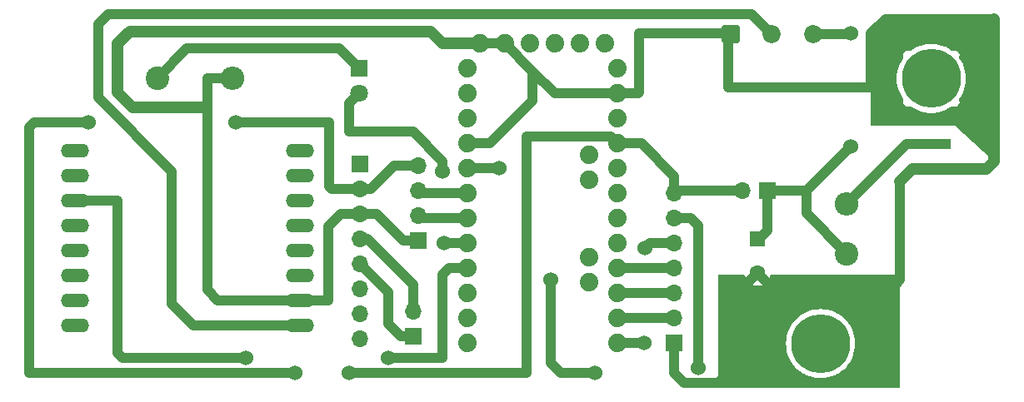
<source format=gbr>
%TF.GenerationSoftware,KiCad,Pcbnew,6.0.4-6f826c9f35~116~ubuntu20.04.1*%
%TF.CreationDate,2022-03-28T20:59:07+02:00*%
%TF.ProjectId,placaCANSAT_V2,706c6163-6143-4414-9e53-41545f56322e,rev?*%
%TF.SameCoordinates,Original*%
%TF.FileFunction,Copper,L2,Bot*%
%TF.FilePolarity,Positive*%
%FSLAX46Y46*%
G04 Gerber Fmt 4.6, Leading zero omitted, Abs format (unit mm)*
G04 Created by KiCad (PCBNEW 6.0.4-6f826c9f35~116~ubuntu20.04.1) date 2022-03-28 20:59:07*
%MOMM*%
%LPD*%
G01*
G04 APERTURE LIST*
G04 Aperture macros list*
%AMRoundRect*
0 Rectangle with rounded corners*
0 $1 Rounding radius*
0 $2 $3 $4 $5 $6 $7 $8 $9 X,Y pos of 4 corners*
0 Add a 4 corners polygon primitive as box body*
4,1,4,$2,$3,$4,$5,$6,$7,$8,$9,$2,$3,0*
0 Add four circle primitives for the rounded corners*
1,1,$1+$1,$2,$3*
1,1,$1+$1,$4,$5*
1,1,$1+$1,$6,$7*
1,1,$1+$1,$8,$9*
0 Add four rect primitives between the rounded corners*
20,1,$1+$1,$2,$3,$4,$5,0*
20,1,$1+$1,$4,$5,$6,$7,0*
20,1,$1+$1,$6,$7,$8,$9,0*
20,1,$1+$1,$8,$9,$2,$3,0*%
G04 Aperture macros list end*
%TA.AperFunction,ComponentPad*%
%ADD10R,1.800000X1.800000*%
%TD*%
%TA.AperFunction,ComponentPad*%
%ADD11C,1.800000*%
%TD*%
%TA.AperFunction,ComponentPad*%
%ADD12R,1.700000X1.700000*%
%TD*%
%TA.AperFunction,ComponentPad*%
%ADD13O,1.700000X1.700000*%
%TD*%
%TA.AperFunction,ComponentPad*%
%ADD14O,2.844800X1.422400*%
%TD*%
%TA.AperFunction,ComponentPad*%
%ADD15C,2.400000*%
%TD*%
%TA.AperFunction,ComponentPad*%
%ADD16O,2.400000X2.400000*%
%TD*%
%TA.AperFunction,ComponentPad*%
%ADD17R,1.600000X1.600000*%
%TD*%
%TA.AperFunction,ComponentPad*%
%ADD18C,1.600000*%
%TD*%
%TA.AperFunction,SMDPad,CuDef*%
%ADD19R,2.510000X1.000000*%
%TD*%
%TA.AperFunction,ComponentPad*%
%ADD20C,1.879600*%
%TD*%
%TA.AperFunction,ComponentPad*%
%ADD21RoundRect,0.250000X-0.675000X-0.675000X0.675000X-0.675000X0.675000X0.675000X-0.675000X0.675000X0*%
%TD*%
%TA.AperFunction,ComponentPad*%
%ADD22C,1.850000*%
%TD*%
%TA.AperFunction,ViaPad*%
%ADD23C,6.000000*%
%TD*%
%TA.AperFunction,ViaPad*%
%ADD24C,1.524000*%
%TD*%
%TA.AperFunction,Conductor*%
%ADD25C,1.000000*%
%TD*%
%TA.AperFunction,Conductor*%
%ADD26C,1.200000*%
%TD*%
G04 APERTURE END LIST*
D10*
%TO.P,D1,1,K*%
%TO.N,Net-(D1-Pad1)*%
X126500000Y-70500000D03*
D11*
%TO.P,D1,2,A*%
%TO.N,/LED*%
X126500000Y-73040000D03*
%TD*%
D12*
%TO.P,JP1,1,A*%
%TO.N,Net-(C1-Pad1)*%
X168000000Y-83000000D03*
D13*
%TO.P,JP1,2,B*%
%TO.N,3.3V*%
X165460000Y-83000000D03*
%TD*%
D14*
%TO.P,U2,P$1,5V*%
%TO.N,5V*%
X120460175Y-96680979D03*
%TO.P,U2,P$2,GND*%
%TO.N,GND*%
X120460175Y-94140979D03*
%TO.P,U2,P$3,IO12*%
%TO.N,unconnected-(U2-PadP$3)*%
X120460175Y-91600979D03*
%TO.P,U2,P$4,IO13*%
%TO.N,unconnected-(U2-PadP$4)*%
X120460175Y-89060979D03*
%TO.P,U2,P$5,IO15*%
%TO.N,unconnected-(U2-PadP$5)*%
X120460175Y-86520979D03*
%TO.P,U2,P$6,IO14*%
%TO.N,unconnected-(U2-PadP$6)*%
X120460175Y-83980979D03*
%TO.P,U2,P$7,IO2*%
%TO.N,unconnected-(U2-PadP$7)*%
X120460175Y-81440979D03*
%TO.P,U2,P$8,IO4*%
%TO.N,unconnected-(U2-PadP$8)*%
X120460175Y-78900979D03*
%TO.P,U2,P$9,.GND*%
%TO.N,unconnected-(U2-PadP$9)*%
X97600175Y-78900979D03*
%TO.P,U2,P$10,IO1/U0T*%
%TO.N,unconnected-(U2-PadP$10)*%
X97600175Y-81440979D03*
%TO.P,U2,P$11,IO3/U0R*%
%TO.N,/CAMARA*%
X97600175Y-83980979D03*
%TO.P,U2,P$12,3V3.*%
%TO.N,unconnected-(U2-PadP$12)*%
X97600175Y-86520979D03*
%TO.P,U2,P$13,GND.*%
%TO.N,unconnected-(U2-PadP$13)*%
X97600175Y-89060979D03*
%TO.P,U2,P$14,IO0*%
%TO.N,unconnected-(U2-PadP$14)*%
X97600175Y-91600979D03*
%TO.P,U2,P$15,IO16*%
%TO.N,unconnected-(U2-PadP$15)*%
X97600175Y-94140979D03*
%TO.P,U2,P$16,3V3*%
%TO.N,unconnected-(U2-PadP$16)*%
X97600175Y-96680979D03*
%TD*%
D15*
%TO.P,R1,1*%
%TO.N,Net-(D1-Pad1)*%
X105985000Y-71500000D03*
D16*
%TO.P,R1,2*%
%TO.N,GND*%
X113605000Y-71500000D03*
%TD*%
D12*
%TO.P,J4,1,Pin_1*%
%TO.N,/SDA_ACE*%
X132000000Y-97775000D03*
D13*
%TO.P,J4,2,Pin_2*%
%TO.N,/SCL_ACE*%
X132000000Y-95235000D03*
%TD*%
D17*
%TO.P,C1,1*%
%TO.N,Net-(C1-Pad1)*%
X167000000Y-87847349D03*
D18*
%TO.P,C1,2*%
%TO.N,GND*%
X167000000Y-91347349D03*
%TD*%
D15*
%TO.P,SW1,1,A*%
%TO.N,Net-(C1-Pad1)*%
X176069878Y-89366348D03*
D16*
%TO.P,SW1,2,B*%
%TO.N,3.7V*%
X176069878Y-84286348D03*
%TD*%
D19*
%TO.P,BAT1,1,+*%
%TO.N,3.7V*%
X185345000Y-78230000D03*
%TO.P,BAT1,2,-*%
%TO.N,GND*%
X188655000Y-80770000D03*
%TD*%
D12*
%TO.P,J2,1,Pin_1*%
%TO.N,GND*%
X158500000Y-98442476D03*
D13*
%TO.P,J2,2,Pin_2*%
%TO.N,/MOSI*%
X158500000Y-95902476D03*
%TO.P,J2,3,Pin_3*%
%TO.N,/MISO*%
X158500000Y-93362476D03*
%TO.P,J2,4,Pin_4*%
%TO.N,/SCK*%
X158500000Y-90822476D03*
%TO.P,J2,5,Pin_5*%
%TO.N,NSS*%
X158500000Y-88282476D03*
%TO.P,J2,6,Pin_6*%
%TO.N,DIO0*%
X158500000Y-85742476D03*
%TO.P,J2,7,Pin_7*%
%TO.N,3.3V*%
X158500000Y-83202476D03*
%TD*%
D12*
%TO.P,ACELEROMETRO,1,VCCIN*%
%TO.N,unconnected-(U3-Pad1)*%
X126580833Y-80234890D03*
D13*
%TO.P,ACELEROMETRO,2,3.3V*%
%TO.N,3.3V*%
X126580833Y-82774890D03*
%TO.P,ACELEROMETRO,3,GND*%
%TO.N,GND*%
X126580833Y-85314890D03*
%TO.P,ACELEROMETRO,4,SCL*%
%TO.N,/SCL_ACE*%
X126580833Y-87854890D03*
%TO.P,ACELEROMETRO,5,SDA*%
%TO.N,/SDA_ACE*%
X126580833Y-90394890D03*
%TO.P,ACELEROMETRO,6,FSYNC*%
%TO.N,unconnected-(U3-Pad6)*%
X126580833Y-92934890D03*
%TO.P,ACELEROMETRO,7,INTA*%
%TO.N,unconnected-(U3-Pad7)*%
X126580833Y-95474890D03*
%TO.P,ACELEROMETRO,8,DRDY*%
%TO.N,unconnected-(U3-Pad8)*%
X126580833Y-98014890D03*
%TD*%
D12*
%TO.P,GPS,1,GND*%
%TO.N,GND*%
X132500000Y-88040000D03*
D13*
%TO.P,GPS,2,TX*%
%TO.N,/GPS_TX*%
X132500000Y-85500000D03*
%TO.P,GPS,3,RX*%
%TO.N,/GPS_RX*%
X132500000Y-82960000D03*
%TO.P,GPS,4,VCC*%
%TO.N,3.3V*%
X132500000Y-80420000D03*
%TD*%
D20*
%TO.P,Arduino pro Mini,JP1_1,DTR*%
%TO.N,unconnected-(U1-PadJP1_1)*%
X151504119Y-68014597D03*
%TO.P,Arduino pro Mini,JP1_2,TXO*%
%TO.N,unconnected-(U1-PadJP1_2)*%
X148964119Y-68014597D03*
%TO.P,Arduino pro Mini,JP1_3,RXI*%
%TO.N,unconnected-(U1-PadJP1_3)*%
X146424119Y-68014597D03*
%TO.P,Arduino pro Mini,JP1_4,VCC*%
%TO.N,unconnected-(U1-PadJP1_4)*%
X143884119Y-68014597D03*
%TO.P,Arduino pro Mini,JP1_5,GND*%
%TO.N,GND*%
X141344119Y-68014597D03*
%TO.P,Arduino pro Mini,JP1_6,GND*%
X138804119Y-68014597D03*
%TO.P,Arduino pro Mini,JP2_1,A4*%
%TO.N,unconnected-(U1-PadJP2_1)*%
X149853119Y-81857597D03*
%TO.P,Arduino pro Mini,JP2_2,A5*%
%TO.N,unconnected-(U1-PadJP2_2)*%
X149853119Y-79317597D03*
%TO.P,Arduino pro Mini,JP3_1,A6*%
%TO.N,unconnected-(U1-PadJP3_1)*%
X149853119Y-92271597D03*
%TO.P,Arduino pro Mini,JP3_2,A7*%
%TO.N,unconnected-(U1-PadJP3_2)*%
X149853119Y-89731597D03*
%TO.P,Arduino pro Mini,JP6_1,RAW*%
%TO.N,unconnected-(U1-PadJP6_1)*%
X152774119Y-70554597D03*
%TO.P,Arduino pro Mini,JP6_2,GND_1*%
%TO.N,GND*%
X152774119Y-73094597D03*
%TO.P,Arduino pro Mini,JP6_3,RST_1*%
%TO.N,unconnected-(U1-PadJP6_3)*%
X152774119Y-75634597D03*
%TO.P,Arduino pro Mini,JP6_4,VCC_1*%
%TO.N,3.3V*%
X152774119Y-78174597D03*
%TO.P,Arduino pro Mini,JP6_5,A3*%
%TO.N,unconnected-(U1-PadJP6_5)*%
X152774119Y-80714597D03*
%TO.P,Arduino pro Mini,JP6_6,A2*%
%TO.N,unconnected-(U1-PadJP6_6)*%
X152774119Y-83254597D03*
%TO.P,Arduino pro Mini,JP6_7,A1*%
%TO.N,unconnected-(U1-PadJP6_7)*%
X152774119Y-85794597D03*
%TO.P,Arduino pro Mini,JP6_8,A0*%
%TO.N,unconnected-(U1-PadJP6_8)*%
X152774119Y-88334597D03*
%TO.P,Arduino pro Mini,JP6_9,SCK*%
%TO.N,/SCK*%
X152774119Y-90874597D03*
%TO.P,Arduino pro Mini,JP6_10,MISO*%
%TO.N,/MISO*%
X152774119Y-93414597D03*
%TO.P,Arduino pro Mini,JP6_11,MOSI*%
%TO.N,/MOSI*%
X152774119Y-95954597D03*
%TO.P,Arduino pro Mini,JP6_12,D10*%
%TO.N,NSS*%
X152774119Y-98494597D03*
%TO.P,Arduino pro Mini,JP7_1,D9*%
%TO.N,unconnected-(U1-PadJP7_1)*%
X137534119Y-98494597D03*
%TO.P,Arduino pro Mini,JP7_2,D8*%
%TO.N,unconnected-(U1-PadJP7_2)*%
X137534119Y-95954597D03*
%TO.P,Arduino pro Mini,JP7_3,D7*%
%TO.N,unconnected-(U1-PadJP7_3)*%
X137534119Y-93414597D03*
%TO.P,Arduino pro Mini,JP7_4,D6*%
%TO.N,/CAMARA*%
X137534119Y-90874597D03*
%TO.P,Arduino pro Mini,JP7_5,D5*%
%TO.N,/LED*%
X137534119Y-88334597D03*
%TO.P,Arduino pro Mini,JP7_6,D4*%
%TO.N,/GPS_TX*%
X137534119Y-85794597D03*
%TO.P,Arduino pro Mini,JP7_7,D3*%
%TO.N,/GPS_RX*%
X137534119Y-83254597D03*
%TO.P,Arduino pro Mini,JP7_8,D2*%
%TO.N,DIO0*%
X137534119Y-80714597D03*
%TO.P,Arduino pro Mini,JP7_9,GND_2*%
%TO.N,GND*%
X137534119Y-78174597D03*
%TO.P,Arduino pro Mini,JP7_10,RST_2*%
%TO.N,unconnected-(U1-PadJP7_10)*%
X137534119Y-75634597D03*
%TO.P,Arduino pro Mini,JP7_11,RXI_2*%
%TO.N,unconnected-(U1-PadJP7_11)*%
X137534119Y-73094597D03*
%TO.P,Arduino pro Mini,JP7_12,TXO_2*%
%TO.N,unconnected-(U1-PadJP7_12)*%
X137534119Y-70554597D03*
%TD*%
D21*
%TO.P,Carg1,1,Pin_1*%
%TO.N,GND*%
X164246624Y-67091166D03*
D22*
%TO.P,Carg1,2,Pin_2*%
%TO.N,5V*%
X168446624Y-67091166D03*
%TO.P,Carg1,3,Pin_3*%
%TO.N,Net-(C1-Pad1)*%
X172646624Y-67091166D03*
%TD*%
D23*
%TO.N,*%
X184650000Y-71570000D03*
X173400000Y-98530000D03*
D24*
%TO.N,Net-(C1-Pad1)*%
X176500000Y-67000000D03*
X176500000Y-78500000D03*
%TO.N,/LED*%
X135165403Y-88334597D03*
X135000000Y-81000000D03*
%TO.N,/CAMARA*%
X129500000Y-100000000D03*
X115000000Y-100000000D03*
%TO.N,3.3V*%
X125500000Y-101500000D03*
X99000000Y-76000000D03*
X114000000Y-76000000D03*
X120000000Y-101500000D03*
%TO.N,NSS*%
X155494597Y-98494597D03*
X155545075Y-88781242D03*
%TO.N,DIO0*%
X146000000Y-92000000D03*
X161000000Y-101000000D03*
X140714597Y-80714597D03*
X150500000Y-101500000D03*
%TD*%
D25*
%TO.N,Net-(C1-Pad1)*%
X168000000Y-83000000D02*
X172000000Y-83000000D01*
X167000000Y-87847349D02*
X167152651Y-87847349D01*
X176069878Y-89366348D02*
X172000000Y-85296470D01*
X172646624Y-67091166D02*
X176408834Y-67091166D01*
X167152651Y-87847349D02*
X168000000Y-87000000D01*
X172000000Y-83000000D02*
X176500000Y-78500000D01*
X168000000Y-87000000D02*
X168000000Y-83000000D01*
X172000000Y-85296470D02*
X172000000Y-83000000D01*
X176408834Y-67091166D02*
X176500000Y-67000000D01*
%TO.N,3.7V*%
X182126226Y-78230000D02*
X176069878Y-84286348D01*
X185345000Y-78230000D02*
X182126226Y-78230000D01*
%TO.N,Net-(D1-Pad1)*%
X124500000Y-68500000D02*
X108985000Y-68500000D01*
X126500000Y-70500000D02*
X124500000Y-68500000D01*
X108985000Y-68500000D02*
X105985000Y-71500000D01*
%TO.N,GND*%
X146424119Y-73094597D02*
X144164761Y-70835239D01*
X163000000Y-102500000D02*
X159500000Y-102500000D01*
X126580833Y-85314890D02*
X128314890Y-85314890D01*
D26*
X102000000Y-73000000D02*
X103500000Y-74500000D01*
D25*
X111065000Y-93065000D02*
X111065000Y-74435000D01*
X164246624Y-67091166D02*
X164000000Y-67337790D01*
X144164761Y-70835239D02*
X141344119Y-68014597D01*
D26*
X103233834Y-66766166D02*
X102000000Y-68000000D01*
D25*
X123359021Y-94140979D02*
X120460175Y-94140979D01*
X163500000Y-102000000D02*
X163000000Y-102500000D01*
D26*
X182730000Y-80770000D02*
X181500000Y-82000000D01*
D25*
X137534119Y-78174597D02*
X139825403Y-78174597D01*
D26*
X191000000Y-80000000D02*
X191000000Y-65500000D01*
D25*
X178500000Y-67000000D02*
X178500000Y-72500000D01*
X152774119Y-73094597D02*
X154905403Y-73094597D01*
X128314890Y-85314890D02*
X131040000Y-88040000D01*
X112140979Y-94140979D02*
X111065000Y-93065000D01*
D26*
X190230000Y-80770000D02*
X191000000Y-80000000D01*
D25*
X111065000Y-74435000D02*
X111065000Y-71500000D01*
X181500000Y-92000000D02*
X181000000Y-92500000D01*
X155000000Y-73000000D02*
X155000000Y-67000000D01*
X180000000Y-65500000D02*
X178500000Y-67000000D01*
X158500000Y-101500000D02*
X158500000Y-98442476D01*
X144164761Y-73835239D02*
X144164761Y-70835239D01*
X131040000Y-88040000D02*
X132500000Y-88040000D01*
X178500000Y-72500000D02*
X164000000Y-72500000D01*
X111000000Y-74500000D02*
X111065000Y-74435000D01*
X164000000Y-67337790D02*
X164000000Y-72500000D01*
X191000000Y-65500000D02*
X180000000Y-65500000D01*
X181500000Y-82000000D02*
X181500000Y-92000000D01*
D26*
X188655000Y-80770000D02*
X190230000Y-80770000D01*
D25*
X168152651Y-92500000D02*
X167000000Y-91347349D01*
X126580833Y-85314890D02*
X124685110Y-85314890D01*
D26*
X108065000Y-74500000D02*
X111000000Y-74500000D01*
D25*
X181000000Y-92500000D02*
X168152651Y-92500000D01*
X124685110Y-85314890D02*
X123359021Y-86640979D01*
X138804119Y-68014597D02*
X141344119Y-68014597D01*
X159500000Y-102500000D02*
X158500000Y-101500000D01*
D26*
X135014597Y-68014597D02*
X133766166Y-66766166D01*
D25*
X120460175Y-94140979D02*
X112140979Y-94140979D01*
D26*
X103500000Y-74500000D02*
X108065000Y-74500000D01*
D25*
X123359021Y-86640979D02*
X123359021Y-94140979D01*
X155000000Y-67000000D02*
X164155458Y-67000000D01*
X167000000Y-91347349D02*
X163500000Y-94847349D01*
D26*
X102000000Y-68000000D02*
X102000000Y-73000000D01*
D25*
X164155458Y-67000000D02*
X164246624Y-67091166D01*
X152774119Y-73094597D02*
X146424119Y-73094597D01*
X154905403Y-73094597D02*
X155000000Y-73000000D01*
D26*
X188655000Y-80770000D02*
X182730000Y-80770000D01*
D25*
X163500000Y-94847349D02*
X163500000Y-102000000D01*
X139825403Y-78174597D02*
X144164761Y-73835239D01*
D26*
X133766166Y-66766166D02*
X103233834Y-66766166D01*
X138804119Y-68014597D02*
X135014597Y-68014597D01*
D25*
X113605000Y-71500000D02*
X111065000Y-71500000D01*
%TO.N,/LED*%
X137534119Y-88334597D02*
X135165403Y-88334597D01*
X132000000Y-77000000D02*
X125500000Y-77000000D01*
X126500000Y-73040000D02*
X125500000Y-74040000D01*
X135000000Y-80000000D02*
X132000000Y-77000000D01*
X125500000Y-74040000D02*
X125500000Y-77000000D01*
X135000000Y-81000000D02*
X135000000Y-80000000D01*
%TO.N,5V*%
X100000000Y-73500000D02*
X100000000Y-66000000D01*
X166355458Y-65000000D02*
X168446624Y-67091166D01*
X101000000Y-65000000D02*
X166355458Y-65000000D01*
X107500000Y-94500000D02*
X107500000Y-81000000D01*
X100000000Y-66000000D02*
X101000000Y-65000000D01*
X107500000Y-81000000D02*
X100000000Y-73500000D01*
X109680979Y-96680979D02*
X107500000Y-94500000D01*
X120460175Y-96680979D02*
X109680979Y-96680979D01*
%TO.N,/CAMARA*%
X135000000Y-91500000D02*
X135000000Y-100000000D01*
X97600175Y-83980979D02*
X98600175Y-83980979D01*
X102500000Y-100000000D02*
X115000000Y-100000000D01*
X98600175Y-83980979D02*
X98619196Y-84000000D01*
X135000000Y-100000000D02*
X129500000Y-100000000D01*
X102000000Y-84000000D02*
X102000000Y-99500000D01*
X98619196Y-84000000D02*
X102000000Y-84000000D01*
X137534119Y-90874597D02*
X135625403Y-90874597D01*
X135625403Y-90874597D02*
X135000000Y-91500000D01*
X102000000Y-99500000D02*
X102500000Y-100000000D01*
%TO.N,3.3V*%
X158702476Y-83000000D02*
X158500000Y-83202476D01*
X143500000Y-101500000D02*
X125500000Y-101500000D01*
X126580833Y-82774890D02*
X123725110Y-82774890D01*
X123500000Y-76000000D02*
X114000000Y-76000000D01*
X165460000Y-83000000D02*
X158702476Y-83000000D01*
X93000000Y-76500000D02*
X93500000Y-76000000D01*
X123500000Y-82549780D02*
X123500000Y-76000000D01*
X132500000Y-80420000D02*
X130080000Y-80420000D01*
X93000000Y-101500000D02*
X93000000Y-76500000D01*
X152774119Y-78174597D02*
X152099522Y-77500000D01*
X127725110Y-82774890D02*
X126580833Y-82774890D01*
X152099522Y-77500000D02*
X143500000Y-77500000D01*
X123725110Y-82774890D02*
X123500000Y-82549780D01*
X93500000Y-76000000D02*
X99000000Y-76000000D01*
X158500000Y-81500000D02*
X155174597Y-78174597D01*
X158500000Y-83202476D02*
X158500000Y-81500000D01*
X120000000Y-101500000D02*
X93000000Y-101500000D01*
X130080000Y-80420000D02*
X127725110Y-82774890D01*
X155174597Y-78174597D02*
X152774119Y-78174597D01*
X143500000Y-77500000D02*
X143500000Y-101500000D01*
%TO.N,/MOSI*%
X152774119Y-95954597D02*
X157675283Y-95954597D01*
X157675283Y-95954597D02*
X157727404Y-95902476D01*
%TO.N,/MISO*%
X157675283Y-93414597D02*
X157727404Y-93362476D01*
X152774119Y-93414597D02*
X157675283Y-93414597D01*
%TO.N,/SCK*%
X157675283Y-90874597D02*
X157727404Y-90822476D01*
X152774119Y-90874597D02*
X157675283Y-90874597D01*
%TO.N,NSS*%
X156043841Y-88282476D02*
X155545075Y-88781242D01*
X152774119Y-98494597D02*
X155494597Y-98494597D01*
X158500000Y-88282476D02*
X156043841Y-88282476D01*
%TO.N,DIO0*%
X146000000Y-92000000D02*
X146000000Y-100500000D01*
X161000000Y-86500000D02*
X161000000Y-101000000D01*
X158500000Y-85742476D02*
X160242476Y-85742476D01*
X147000000Y-101500000D02*
X150500000Y-101500000D01*
X146000000Y-100500000D02*
X147000000Y-101500000D01*
X137534119Y-80714597D02*
X140714597Y-80714597D01*
X160242476Y-85742476D02*
X161000000Y-86500000D01*
%TO.N,/GPS_RX*%
X137534119Y-83254597D02*
X132794597Y-83254597D01*
X132794597Y-83254597D02*
X132500000Y-82960000D01*
%TO.N,/GPS_TX*%
X132794597Y-85794597D02*
X132500000Y-85500000D01*
X137534119Y-85794597D02*
X132794597Y-85794597D01*
%TO.N,/SCL_ACE*%
X126580833Y-87854890D02*
X127354890Y-87854890D01*
X127354890Y-87854890D02*
X132000000Y-92500000D01*
X132000000Y-92500000D02*
X132000000Y-95235000D01*
%TO.N,/SDA_ACE*%
X129500000Y-96550000D02*
X129500000Y-93314057D01*
X126580833Y-90394890D02*
X129500000Y-93314057D01*
X130725000Y-97775000D02*
X129500000Y-96550000D01*
X132000000Y-97775000D02*
X130725000Y-97775000D01*
%TD*%
%TA.AperFunction,Conductor*%
%TO.N,GND*%
G36*
X190828857Y-65520002D02*
G01*
X190875350Y-65573658D01*
X190879941Y-65585183D01*
X190890109Y-65614880D01*
X190892034Y-65618707D01*
X190892035Y-65618710D01*
X190988511Y-65810532D01*
X191001944Y-65866478D01*
X191075426Y-79717864D01*
X191055786Y-79786089D01*
X191002378Y-79832866D01*
X190932158Y-79843343D01*
X190865830Y-79812805D01*
X188900512Y-78069976D01*
X187013555Y-76396637D01*
X187013554Y-76396636D01*
X187000000Y-76384617D01*
X186687441Y-76383247D01*
X178613472Y-76347869D01*
X178545439Y-76327568D01*
X178499182Y-76273710D01*
X178488024Y-76221706D01*
X178489528Y-75063555D01*
X178494065Y-71570000D01*
X181136685Y-71570000D01*
X181155931Y-71937241D01*
X181213459Y-72300459D01*
X181308639Y-72655674D01*
X181440427Y-72998994D01*
X181607380Y-73326657D01*
X181609176Y-73329423D01*
X181609178Y-73329426D01*
X181805791Y-73632184D01*
X181826117Y-73700208D01*
X181818100Y-73745037D01*
X181791233Y-73816706D01*
X181780439Y-73961963D01*
X181810846Y-74104412D01*
X181815106Y-74112307D01*
X181815107Y-74112310D01*
X181873533Y-74220590D01*
X181880013Y-74232600D01*
X181930647Y-74283856D01*
X181976071Y-74329839D01*
X181976073Y-74329841D01*
X181982378Y-74336223D01*
X181990221Y-74340579D01*
X181990223Y-74340581D01*
X182100619Y-74401900D01*
X182109711Y-74406950D01*
X182166223Y-74419737D01*
X182243022Y-74437115D01*
X182243024Y-74437115D01*
X182251778Y-74439096D01*
X182304222Y-74435842D01*
X182388197Y-74430633D01*
X182388199Y-74430633D01*
X182397155Y-74430077D01*
X182476506Y-74401431D01*
X182547370Y-74397114D01*
X182587914Y-74414273D01*
X182890568Y-74610819D01*
X182890574Y-74610823D01*
X182893342Y-74612620D01*
X182896276Y-74614115D01*
X182896283Y-74614119D01*
X183218066Y-74778075D01*
X183221006Y-74779573D01*
X183564326Y-74911361D01*
X183919541Y-75006541D01*
X184112558Y-75037112D01*
X184279511Y-75063555D01*
X184279519Y-75063556D01*
X184282759Y-75064069D01*
X184650000Y-75083315D01*
X185017241Y-75064069D01*
X185020481Y-75063556D01*
X185020489Y-75063555D01*
X185187442Y-75037112D01*
X185380459Y-75006541D01*
X185735674Y-74911361D01*
X186078994Y-74779573D01*
X186081934Y-74778075D01*
X186403717Y-74614119D01*
X186403724Y-74614115D01*
X186406658Y-74612620D01*
X186409426Y-74610823D01*
X186409432Y-74610819D01*
X186712183Y-74414210D01*
X186780208Y-74393883D01*
X186825037Y-74401900D01*
X186858043Y-74414273D01*
X186896706Y-74428767D01*
X186905652Y-74429432D01*
X186905653Y-74429432D01*
X186990050Y-74435703D01*
X187041963Y-74439561D01*
X187050737Y-74437688D01*
X187050739Y-74437688D01*
X187175635Y-74411028D01*
X187175638Y-74411027D01*
X187184412Y-74409154D01*
X187192307Y-74404894D01*
X187192310Y-74404893D01*
X187304703Y-74344248D01*
X187312600Y-74339987D01*
X187363856Y-74289353D01*
X187409839Y-74243929D01*
X187409841Y-74243927D01*
X187416223Y-74237622D01*
X187420579Y-74229779D01*
X187420581Y-74229777D01*
X187482590Y-74118139D01*
X187482591Y-74118137D01*
X187486950Y-74110289D01*
X187519096Y-73968222D01*
X187510077Y-73822845D01*
X187481431Y-73743494D01*
X187477114Y-73672630D01*
X187494272Y-73632087D01*
X187690822Y-73329426D01*
X187690824Y-73329423D01*
X187692620Y-73326657D01*
X187859573Y-72998994D01*
X187991361Y-72655674D01*
X188086541Y-72300459D01*
X188144069Y-71937241D01*
X188163315Y-71570000D01*
X188144069Y-71202759D01*
X188086541Y-70839541D01*
X187991361Y-70484326D01*
X187859573Y-70141006D01*
X187692620Y-69813343D01*
X187494209Y-69507815D01*
X187473883Y-69439792D01*
X187481900Y-69394963D01*
X187505617Y-69331697D01*
X187505617Y-69331696D01*
X187508767Y-69323294D01*
X187519561Y-69178037D01*
X187489154Y-69035588D01*
X187484894Y-69027693D01*
X187484893Y-69027690D01*
X187424248Y-68915297D01*
X187419987Y-68907400D01*
X187369353Y-68856144D01*
X187323929Y-68810161D01*
X187323927Y-68810159D01*
X187317622Y-68803777D01*
X187309779Y-68799421D01*
X187309777Y-68799419D01*
X187198139Y-68737410D01*
X187198137Y-68737409D01*
X187190289Y-68733050D01*
X187133777Y-68720263D01*
X187056978Y-68702885D01*
X187056976Y-68702885D01*
X187048222Y-68700904D01*
X186995778Y-68704158D01*
X186911803Y-68709367D01*
X186911801Y-68709367D01*
X186902845Y-68709923D01*
X186823494Y-68738569D01*
X186752630Y-68742886D01*
X186712086Y-68725727D01*
X186409432Y-68529181D01*
X186409426Y-68529177D01*
X186406658Y-68527380D01*
X186403724Y-68525885D01*
X186403717Y-68525881D01*
X186081934Y-68361925D01*
X186078994Y-68360427D01*
X185735674Y-68228639D01*
X185380459Y-68133459D01*
X185187442Y-68102888D01*
X185020489Y-68076445D01*
X185020481Y-68076444D01*
X185017241Y-68075931D01*
X184650000Y-68056685D01*
X184282759Y-68075931D01*
X184279519Y-68076444D01*
X184279511Y-68076445D01*
X184112558Y-68102888D01*
X183919541Y-68133459D01*
X183564326Y-68228639D01*
X183221006Y-68360427D01*
X183218066Y-68361925D01*
X182896284Y-68525881D01*
X182896277Y-68525885D01*
X182893343Y-68527380D01*
X182890577Y-68529176D01*
X182890574Y-68529178D01*
X182793925Y-68591942D01*
X182587815Y-68725791D01*
X182519792Y-68746117D01*
X182474963Y-68738100D01*
X182411697Y-68714383D01*
X182411696Y-68714383D01*
X182403294Y-68711233D01*
X182394348Y-68710568D01*
X182394347Y-68710568D01*
X182283242Y-68702312D01*
X182258037Y-68700439D01*
X182249263Y-68702312D01*
X182249261Y-68702312D01*
X182124365Y-68728972D01*
X182124362Y-68728973D01*
X182115588Y-68730846D01*
X182107693Y-68735106D01*
X182107690Y-68735107D01*
X181999410Y-68793533D01*
X181987400Y-68800013D01*
X181936144Y-68850647D01*
X181890161Y-68896071D01*
X181890159Y-68896073D01*
X181883777Y-68902378D01*
X181879421Y-68910221D01*
X181879419Y-68910223D01*
X181876601Y-68915297D01*
X181813050Y-69029711D01*
X181780904Y-69171778D01*
X181789923Y-69317155D01*
X181792970Y-69325595D01*
X181818569Y-69396505D01*
X181822886Y-69467370D01*
X181805729Y-69507911D01*
X181607380Y-69813343D01*
X181440427Y-70141006D01*
X181308639Y-70484326D01*
X181213459Y-70839541D01*
X181155931Y-71202759D01*
X181136685Y-71570000D01*
X178494065Y-71570000D01*
X178499932Y-67052093D01*
X178520023Y-66984000D01*
X178536837Y-66963163D01*
X179963095Y-65536905D01*
X180025407Y-65502879D01*
X180052190Y-65500000D01*
X190760736Y-65500000D01*
X190828857Y-65520002D01*
G37*
%TD.AperFunction*%
%TD*%
%TA.AperFunction,Conductor*%
%TO.N,GND*%
G36*
X165658199Y-91520002D02*
G01*
X165704692Y-91573658D01*
X165711785Y-91593389D01*
X165764764Y-91791110D01*
X165768510Y-91801402D01*
X165860586Y-91998860D01*
X165866069Y-92008355D01*
X165902509Y-92060397D01*
X165912988Y-92068773D01*
X165926434Y-92061705D01*
X166488139Y-91500000D01*
X167511861Y-91500000D01*
X168074287Y-92062426D01*
X168086062Y-92068856D01*
X168098077Y-92059560D01*
X168133931Y-92008355D01*
X168139414Y-91998860D01*
X168231490Y-91801402D01*
X168235236Y-91791110D01*
X168288215Y-91593389D01*
X168325167Y-91532766D01*
X168389027Y-91501745D01*
X168409922Y-91500000D01*
X181374000Y-91500000D01*
X181442121Y-91520002D01*
X181488614Y-91573658D01*
X181500000Y-91626000D01*
X181500000Y-102874000D01*
X181479998Y-102942121D01*
X181426342Y-102988614D01*
X181374000Y-103000000D01*
X163126000Y-103000000D01*
X163057879Y-102979998D01*
X163011386Y-102926342D01*
X163000000Y-102874000D01*
X163000000Y-98530000D01*
X169886685Y-98530000D01*
X169905931Y-98897241D01*
X169963459Y-99260459D01*
X170058639Y-99615674D01*
X170190427Y-99958994D01*
X170357380Y-100286657D01*
X170557668Y-100595075D01*
X170789098Y-100880867D01*
X171049133Y-101140902D01*
X171334925Y-101372332D01*
X171643342Y-101572620D01*
X171646276Y-101574115D01*
X171646283Y-101574119D01*
X171692870Y-101597856D01*
X171971006Y-101739573D01*
X172314326Y-101871361D01*
X172669541Y-101966541D01*
X172862558Y-101997112D01*
X173029511Y-102023555D01*
X173029519Y-102023556D01*
X173032759Y-102024069D01*
X173400000Y-102043315D01*
X173767241Y-102024069D01*
X173770481Y-102023556D01*
X173770489Y-102023555D01*
X173937442Y-101997112D01*
X174130459Y-101966541D01*
X174485674Y-101871361D01*
X174828994Y-101739573D01*
X175107130Y-101597856D01*
X175153717Y-101574119D01*
X175153724Y-101574115D01*
X175156658Y-101572620D01*
X175465075Y-101372332D01*
X175750867Y-101140902D01*
X176010902Y-100880867D01*
X176242332Y-100595075D01*
X176442620Y-100286657D01*
X176609573Y-99958994D01*
X176741361Y-99615674D01*
X176836541Y-99260459D01*
X176894069Y-98897241D01*
X176913315Y-98530000D01*
X176894069Y-98162759D01*
X176836541Y-97799541D01*
X176741361Y-97444326D01*
X176609573Y-97101006D01*
X176442620Y-96773343D01*
X176242332Y-96464925D01*
X176010902Y-96179133D01*
X175750867Y-95919098D01*
X175465075Y-95687668D01*
X175156658Y-95487380D01*
X175153724Y-95485885D01*
X175153717Y-95485881D01*
X174831934Y-95321925D01*
X174828994Y-95320427D01*
X174485674Y-95188639D01*
X174130459Y-95093459D01*
X173937442Y-95062888D01*
X173770489Y-95036445D01*
X173770481Y-95036444D01*
X173767241Y-95035931D01*
X173400000Y-95016685D01*
X173032759Y-95035931D01*
X173029519Y-95036444D01*
X173029511Y-95036445D01*
X172862558Y-95062888D01*
X172669541Y-95093459D01*
X172314326Y-95188639D01*
X171971006Y-95320427D01*
X171968066Y-95321925D01*
X171646284Y-95485881D01*
X171646277Y-95485885D01*
X171643343Y-95487380D01*
X171334925Y-95687668D01*
X171049133Y-95919098D01*
X170789098Y-96179133D01*
X170557668Y-96464925D01*
X170357380Y-96773343D01*
X170190427Y-97101006D01*
X170058639Y-97444326D01*
X169963459Y-97799541D01*
X169905931Y-98162759D01*
X169886685Y-98530000D01*
X163000000Y-98530000D01*
X163000000Y-92433411D01*
X166278493Y-92433411D01*
X166287789Y-92445426D01*
X166338994Y-92481280D01*
X166348489Y-92486763D01*
X166545947Y-92578839D01*
X166556239Y-92582585D01*
X166766688Y-92638974D01*
X166777481Y-92640877D01*
X166994525Y-92659866D01*
X167005475Y-92659866D01*
X167222519Y-92640877D01*
X167233312Y-92638974D01*
X167443761Y-92582585D01*
X167454053Y-92578839D01*
X167651511Y-92486763D01*
X167661006Y-92481280D01*
X167713048Y-92444840D01*
X167721424Y-92434361D01*
X167714356Y-92420915D01*
X167012812Y-91719371D01*
X166998868Y-91711757D01*
X166997035Y-91711888D01*
X166990420Y-91716139D01*
X166284923Y-92421636D01*
X166278493Y-92433411D01*
X163000000Y-92433411D01*
X163000000Y-91626000D01*
X163020002Y-91557879D01*
X163073658Y-91511386D01*
X163126000Y-91500000D01*
X165590078Y-91500000D01*
X165658199Y-91520002D01*
G37*
%TD.AperFunction*%
%TD*%
M02*

</source>
